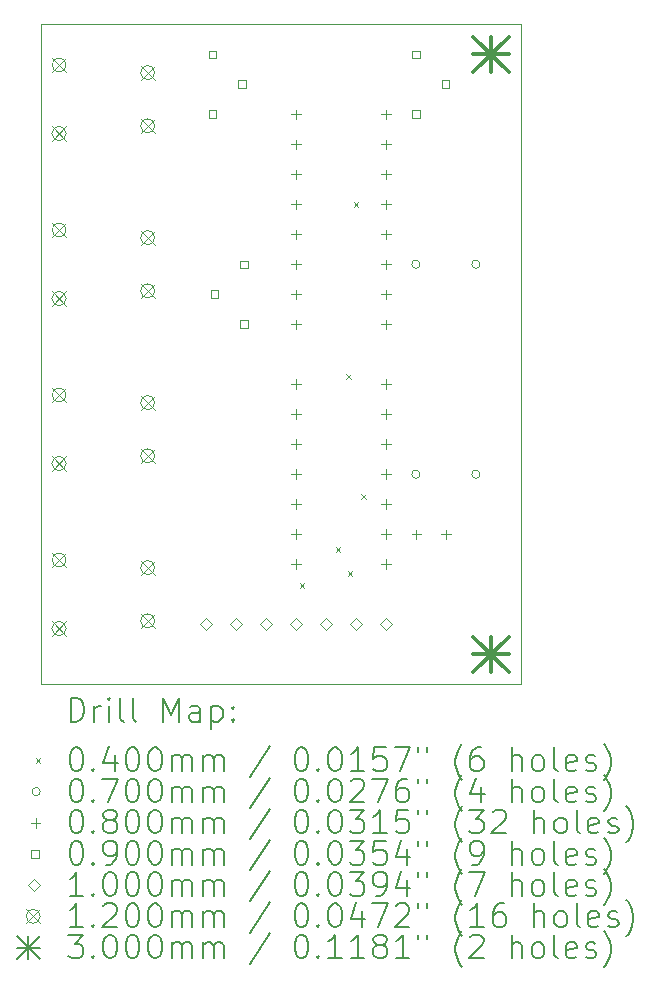
<source format=gbr>
%FSLAX45Y45*%
G04 Gerber Fmt 4.5, Leading zero omitted, Abs format (unit mm)*
G04 Created by KiCad (PCBNEW (6.0.5)) date 2023-05-17 00:25:02*
%MOMM*%
%LPD*%
G01*
G04 APERTURE LIST*
%TA.AperFunction,Profile*%
%ADD10C,0.100000*%
%TD*%
%ADD11C,0.200000*%
%ADD12C,0.040000*%
%ADD13C,0.070000*%
%ADD14C,0.080000*%
%ADD15C,0.090000*%
%ADD16C,0.100000*%
%ADD17C,0.120000*%
%ADD18C,0.300000*%
G04 APERTURE END LIST*
D10*
X9271000Y-10160000D02*
X13335000Y-10160000D01*
X13335000Y-10160000D02*
X13335000Y-15748000D01*
X13335000Y-15748000D02*
X9271000Y-15748000D01*
X9271000Y-15748000D02*
X9271000Y-10160000D01*
X9271000Y-10160000D02*
X13335000Y-10160000D01*
X13335000Y-10160000D02*
X13335000Y-15748000D01*
X13335000Y-15748000D02*
X9271000Y-15748000D01*
X9271000Y-15748000D02*
X9271000Y-10160000D01*
D11*
D12*
X11460800Y-14889800D02*
X11500800Y-14929800D01*
X11500800Y-14889800D02*
X11460800Y-14929800D01*
X11765600Y-14585000D02*
X11805600Y-14625000D01*
X11805600Y-14585000D02*
X11765600Y-14625000D01*
X11854500Y-13124500D02*
X11894500Y-13164500D01*
X11894500Y-13124500D02*
X11854500Y-13164500D01*
X11867200Y-14788200D02*
X11907200Y-14828200D01*
X11907200Y-14788200D02*
X11867200Y-14828200D01*
X11918000Y-11664000D02*
X11958000Y-11704000D01*
X11958000Y-11664000D02*
X11918000Y-11704000D01*
X11981500Y-14140500D02*
X12021500Y-14180500D01*
X12021500Y-14140500D02*
X11981500Y-14180500D01*
D13*
X12481000Y-12192000D02*
G75*
G03*
X12481000Y-12192000I-35000J0D01*
G01*
X12481000Y-13970000D02*
G75*
G03*
X12481000Y-13970000I-35000J0D01*
G01*
X12989000Y-12192000D02*
G75*
G03*
X12989000Y-12192000I-35000J0D01*
G01*
X12989000Y-13970000D02*
G75*
G03*
X12989000Y-13970000I-35000J0D01*
G01*
D14*
X11431000Y-10883500D02*
X11431000Y-10963500D01*
X11391000Y-10923500D02*
X11471000Y-10923500D01*
X11431000Y-11137500D02*
X11431000Y-11217500D01*
X11391000Y-11177500D02*
X11471000Y-11177500D01*
X11431000Y-11391500D02*
X11431000Y-11471500D01*
X11391000Y-11431500D02*
X11471000Y-11431500D01*
X11431000Y-11645500D02*
X11431000Y-11725500D01*
X11391000Y-11685500D02*
X11471000Y-11685500D01*
X11431000Y-11899500D02*
X11431000Y-11979500D01*
X11391000Y-11939500D02*
X11471000Y-11939500D01*
X11431000Y-12153500D02*
X11431000Y-12233500D01*
X11391000Y-12193500D02*
X11471000Y-12193500D01*
X11431000Y-12407500D02*
X11431000Y-12487500D01*
X11391000Y-12447500D02*
X11471000Y-12447500D01*
X11431000Y-12661500D02*
X11431000Y-12741500D01*
X11391000Y-12701500D02*
X11471000Y-12701500D01*
X11431000Y-13167500D02*
X11431000Y-13247500D01*
X11391000Y-13207500D02*
X11471000Y-13207500D01*
X11431000Y-13421500D02*
X11431000Y-13501500D01*
X11391000Y-13461500D02*
X11471000Y-13461500D01*
X11431000Y-13675500D02*
X11431000Y-13755500D01*
X11391000Y-13715500D02*
X11471000Y-13715500D01*
X11431000Y-13929500D02*
X11431000Y-14009500D01*
X11391000Y-13969500D02*
X11471000Y-13969500D01*
X11431000Y-14183500D02*
X11431000Y-14263500D01*
X11391000Y-14223500D02*
X11471000Y-14223500D01*
X11431000Y-14437500D02*
X11431000Y-14517500D01*
X11391000Y-14477500D02*
X11471000Y-14477500D01*
X11431000Y-14691500D02*
X11431000Y-14771500D01*
X11391000Y-14731500D02*
X11471000Y-14731500D01*
X12193000Y-10883500D02*
X12193000Y-10963500D01*
X12153000Y-10923500D02*
X12233000Y-10923500D01*
X12193000Y-11137500D02*
X12193000Y-11217500D01*
X12153000Y-11177500D02*
X12233000Y-11177500D01*
X12193000Y-11391500D02*
X12193000Y-11471500D01*
X12153000Y-11431500D02*
X12233000Y-11431500D01*
X12193000Y-11645500D02*
X12193000Y-11725500D01*
X12153000Y-11685500D02*
X12233000Y-11685500D01*
X12193000Y-11899500D02*
X12193000Y-11979500D01*
X12153000Y-11939500D02*
X12233000Y-11939500D01*
X12193000Y-12153500D02*
X12193000Y-12233500D01*
X12153000Y-12193500D02*
X12233000Y-12193500D01*
X12193000Y-12407500D02*
X12193000Y-12487500D01*
X12153000Y-12447500D02*
X12233000Y-12447500D01*
X12193000Y-12661500D02*
X12193000Y-12741500D01*
X12153000Y-12701500D02*
X12233000Y-12701500D01*
X12193000Y-13167500D02*
X12193000Y-13247500D01*
X12153000Y-13207500D02*
X12233000Y-13207500D01*
X12193000Y-13421500D02*
X12193000Y-13501500D01*
X12153000Y-13461500D02*
X12233000Y-13461500D01*
X12193000Y-13675500D02*
X12193000Y-13755500D01*
X12153000Y-13715500D02*
X12233000Y-13715500D01*
X12193000Y-13929500D02*
X12193000Y-14009500D01*
X12153000Y-13969500D02*
X12233000Y-13969500D01*
X12193000Y-14183500D02*
X12193000Y-14263500D01*
X12153000Y-14223500D02*
X12233000Y-14223500D01*
X12193000Y-14437500D02*
X12193000Y-14517500D01*
X12153000Y-14477500D02*
X12233000Y-14477500D01*
X12193000Y-14691500D02*
X12193000Y-14771500D01*
X12153000Y-14731500D02*
X12233000Y-14731500D01*
X12450000Y-14438000D02*
X12450000Y-14518000D01*
X12410000Y-14478000D02*
X12490000Y-14478000D01*
X12700000Y-14438000D02*
X12700000Y-14518000D01*
X12660000Y-14478000D02*
X12740000Y-14478000D01*
D15*
X10757820Y-10449820D02*
X10757820Y-10386180D01*
X10694180Y-10386180D01*
X10694180Y-10449820D01*
X10757820Y-10449820D01*
X10757820Y-10949820D02*
X10757820Y-10886180D01*
X10694180Y-10886180D01*
X10694180Y-10949820D01*
X10757820Y-10949820D01*
X10772820Y-12477820D02*
X10772820Y-12414180D01*
X10709180Y-12414180D01*
X10709180Y-12477820D01*
X10772820Y-12477820D01*
X11007820Y-10699820D02*
X11007820Y-10636180D01*
X10944180Y-10636180D01*
X10944180Y-10699820D01*
X11007820Y-10699820D01*
X11022820Y-12227820D02*
X11022820Y-12164180D01*
X10959180Y-12164180D01*
X10959180Y-12227820D01*
X11022820Y-12227820D01*
X11022820Y-12727820D02*
X11022820Y-12664180D01*
X10959180Y-12664180D01*
X10959180Y-12727820D01*
X11022820Y-12727820D01*
X12477820Y-10449820D02*
X12477820Y-10386180D01*
X12414180Y-10386180D01*
X12414180Y-10449820D01*
X12477820Y-10449820D01*
X12477820Y-10949820D02*
X12477820Y-10886180D01*
X12414180Y-10886180D01*
X12414180Y-10949820D01*
X12477820Y-10949820D01*
X12727820Y-10699820D02*
X12727820Y-10636180D01*
X12664180Y-10636180D01*
X12664180Y-10699820D01*
X12727820Y-10699820D01*
D16*
X10668000Y-15290000D02*
X10718000Y-15240000D01*
X10668000Y-15190000D01*
X10618000Y-15240000D01*
X10668000Y-15290000D01*
X10922000Y-15290000D02*
X10972000Y-15240000D01*
X10922000Y-15190000D01*
X10872000Y-15240000D01*
X10922000Y-15290000D01*
X11176000Y-15290000D02*
X11226000Y-15240000D01*
X11176000Y-15190000D01*
X11126000Y-15240000D01*
X11176000Y-15290000D01*
X11430000Y-15290000D02*
X11480000Y-15240000D01*
X11430000Y-15190000D01*
X11380000Y-15240000D01*
X11430000Y-15290000D01*
X11684000Y-15290000D02*
X11734000Y-15240000D01*
X11684000Y-15190000D01*
X11634000Y-15240000D01*
X11684000Y-15290000D01*
X11938000Y-15290000D02*
X11988000Y-15240000D01*
X11938000Y-15190000D01*
X11888000Y-15240000D01*
X11938000Y-15290000D01*
X12192000Y-15290000D02*
X12242000Y-15240000D01*
X12192000Y-15190000D01*
X12142000Y-15240000D01*
X12192000Y-15290000D01*
D17*
X9365000Y-10445000D02*
X9485000Y-10565000D01*
X9485000Y-10445000D02*
X9365000Y-10565000D01*
X9485000Y-10505000D02*
G75*
G03*
X9485000Y-10505000I-60000J0D01*
G01*
X9365000Y-11025000D02*
X9485000Y-11145000D01*
X9485000Y-11025000D02*
X9365000Y-11145000D01*
X9485000Y-11085000D02*
G75*
G03*
X9485000Y-11085000I-60000J0D01*
G01*
X9365000Y-11842000D02*
X9485000Y-11962000D01*
X9485000Y-11842000D02*
X9365000Y-11962000D01*
X9485000Y-11902000D02*
G75*
G03*
X9485000Y-11902000I-60000J0D01*
G01*
X9365000Y-12422000D02*
X9485000Y-12542000D01*
X9485000Y-12422000D02*
X9365000Y-12542000D01*
X9485000Y-12482000D02*
G75*
G03*
X9485000Y-12482000I-60000J0D01*
G01*
X9365000Y-13239000D02*
X9485000Y-13359000D01*
X9485000Y-13239000D02*
X9365000Y-13359000D01*
X9485000Y-13299000D02*
G75*
G03*
X9485000Y-13299000I-60000J0D01*
G01*
X9365000Y-13819000D02*
X9485000Y-13939000D01*
X9485000Y-13819000D02*
X9365000Y-13939000D01*
X9485000Y-13879000D02*
G75*
G03*
X9485000Y-13879000I-60000J0D01*
G01*
X9365000Y-14636000D02*
X9485000Y-14756000D01*
X9485000Y-14636000D02*
X9365000Y-14756000D01*
X9485000Y-14696000D02*
G75*
G03*
X9485000Y-14696000I-60000J0D01*
G01*
X9365000Y-15216000D02*
X9485000Y-15336000D01*
X9485000Y-15216000D02*
X9365000Y-15336000D01*
X9485000Y-15276000D02*
G75*
G03*
X9485000Y-15276000I-60000J0D01*
G01*
X10115000Y-10510000D02*
X10235000Y-10630000D01*
X10235000Y-10510000D02*
X10115000Y-10630000D01*
X10235000Y-10570000D02*
G75*
G03*
X10235000Y-10570000I-60000J0D01*
G01*
X10115000Y-10960000D02*
X10235000Y-11080000D01*
X10235000Y-10960000D02*
X10115000Y-11080000D01*
X10235000Y-11020000D02*
G75*
G03*
X10235000Y-11020000I-60000J0D01*
G01*
X10115000Y-11907000D02*
X10235000Y-12027000D01*
X10235000Y-11907000D02*
X10115000Y-12027000D01*
X10235000Y-11967000D02*
G75*
G03*
X10235000Y-11967000I-60000J0D01*
G01*
X10115000Y-12357000D02*
X10235000Y-12477000D01*
X10235000Y-12357000D02*
X10115000Y-12477000D01*
X10235000Y-12417000D02*
G75*
G03*
X10235000Y-12417000I-60000J0D01*
G01*
X10115000Y-13304000D02*
X10235000Y-13424000D01*
X10235000Y-13304000D02*
X10115000Y-13424000D01*
X10235000Y-13364000D02*
G75*
G03*
X10235000Y-13364000I-60000J0D01*
G01*
X10115000Y-13754000D02*
X10235000Y-13874000D01*
X10235000Y-13754000D02*
X10115000Y-13874000D01*
X10235000Y-13814000D02*
G75*
G03*
X10235000Y-13814000I-60000J0D01*
G01*
X10115000Y-14701000D02*
X10235000Y-14821000D01*
X10235000Y-14701000D02*
X10115000Y-14821000D01*
X10235000Y-14761000D02*
G75*
G03*
X10235000Y-14761000I-60000J0D01*
G01*
X10115000Y-15151000D02*
X10235000Y-15271000D01*
X10235000Y-15151000D02*
X10115000Y-15271000D01*
X10235000Y-15211000D02*
G75*
G03*
X10235000Y-15211000I-60000J0D01*
G01*
D18*
X12931000Y-10264000D02*
X13231000Y-10564000D01*
X13231000Y-10264000D02*
X12931000Y-10564000D01*
X13081000Y-10264000D02*
X13081000Y-10564000D01*
X12931000Y-10414000D02*
X13231000Y-10414000D01*
X12931000Y-15344000D02*
X13231000Y-15644000D01*
X13231000Y-15344000D02*
X12931000Y-15644000D01*
X13081000Y-15344000D02*
X13081000Y-15644000D01*
X12931000Y-15494000D02*
X13231000Y-15494000D01*
D11*
X9523619Y-16063476D02*
X9523619Y-15863476D01*
X9571238Y-15863476D01*
X9599810Y-15873000D01*
X9618857Y-15892048D01*
X9628381Y-15911095D01*
X9637905Y-15949190D01*
X9637905Y-15977762D01*
X9628381Y-16015857D01*
X9618857Y-16034905D01*
X9599810Y-16053952D01*
X9571238Y-16063476D01*
X9523619Y-16063476D01*
X9723619Y-16063476D02*
X9723619Y-15930143D01*
X9723619Y-15968238D02*
X9733143Y-15949190D01*
X9742667Y-15939667D01*
X9761714Y-15930143D01*
X9780762Y-15930143D01*
X9847429Y-16063476D02*
X9847429Y-15930143D01*
X9847429Y-15863476D02*
X9837905Y-15873000D01*
X9847429Y-15882524D01*
X9856952Y-15873000D01*
X9847429Y-15863476D01*
X9847429Y-15882524D01*
X9971238Y-16063476D02*
X9952190Y-16053952D01*
X9942667Y-16034905D01*
X9942667Y-15863476D01*
X10076000Y-16063476D02*
X10056952Y-16053952D01*
X10047429Y-16034905D01*
X10047429Y-15863476D01*
X10304571Y-16063476D02*
X10304571Y-15863476D01*
X10371238Y-16006333D01*
X10437905Y-15863476D01*
X10437905Y-16063476D01*
X10618857Y-16063476D02*
X10618857Y-15958714D01*
X10609333Y-15939667D01*
X10590286Y-15930143D01*
X10552190Y-15930143D01*
X10533143Y-15939667D01*
X10618857Y-16053952D02*
X10599810Y-16063476D01*
X10552190Y-16063476D01*
X10533143Y-16053952D01*
X10523619Y-16034905D01*
X10523619Y-16015857D01*
X10533143Y-15996809D01*
X10552190Y-15987286D01*
X10599810Y-15987286D01*
X10618857Y-15977762D01*
X10714095Y-15930143D02*
X10714095Y-16130143D01*
X10714095Y-15939667D02*
X10733143Y-15930143D01*
X10771238Y-15930143D01*
X10790286Y-15939667D01*
X10799810Y-15949190D01*
X10809333Y-15968238D01*
X10809333Y-16025381D01*
X10799810Y-16044428D01*
X10790286Y-16053952D01*
X10771238Y-16063476D01*
X10733143Y-16063476D01*
X10714095Y-16053952D01*
X10895048Y-16044428D02*
X10904571Y-16053952D01*
X10895048Y-16063476D01*
X10885524Y-16053952D01*
X10895048Y-16044428D01*
X10895048Y-16063476D01*
X10895048Y-15939667D02*
X10904571Y-15949190D01*
X10895048Y-15958714D01*
X10885524Y-15949190D01*
X10895048Y-15939667D01*
X10895048Y-15958714D01*
D12*
X9226000Y-16373000D02*
X9266000Y-16413000D01*
X9266000Y-16373000D02*
X9226000Y-16413000D01*
D11*
X9561714Y-16283476D02*
X9580762Y-16283476D01*
X9599810Y-16293000D01*
X9609333Y-16302524D01*
X9618857Y-16321571D01*
X9628381Y-16359667D01*
X9628381Y-16407286D01*
X9618857Y-16445381D01*
X9609333Y-16464428D01*
X9599810Y-16473952D01*
X9580762Y-16483476D01*
X9561714Y-16483476D01*
X9542667Y-16473952D01*
X9533143Y-16464428D01*
X9523619Y-16445381D01*
X9514095Y-16407286D01*
X9514095Y-16359667D01*
X9523619Y-16321571D01*
X9533143Y-16302524D01*
X9542667Y-16293000D01*
X9561714Y-16283476D01*
X9714095Y-16464428D02*
X9723619Y-16473952D01*
X9714095Y-16483476D01*
X9704571Y-16473952D01*
X9714095Y-16464428D01*
X9714095Y-16483476D01*
X9895048Y-16350143D02*
X9895048Y-16483476D01*
X9847429Y-16273952D02*
X9799810Y-16416809D01*
X9923619Y-16416809D01*
X10037905Y-16283476D02*
X10056952Y-16283476D01*
X10076000Y-16293000D01*
X10085524Y-16302524D01*
X10095048Y-16321571D01*
X10104571Y-16359667D01*
X10104571Y-16407286D01*
X10095048Y-16445381D01*
X10085524Y-16464428D01*
X10076000Y-16473952D01*
X10056952Y-16483476D01*
X10037905Y-16483476D01*
X10018857Y-16473952D01*
X10009333Y-16464428D01*
X9999810Y-16445381D01*
X9990286Y-16407286D01*
X9990286Y-16359667D01*
X9999810Y-16321571D01*
X10009333Y-16302524D01*
X10018857Y-16293000D01*
X10037905Y-16283476D01*
X10228381Y-16283476D02*
X10247429Y-16283476D01*
X10266476Y-16293000D01*
X10276000Y-16302524D01*
X10285524Y-16321571D01*
X10295048Y-16359667D01*
X10295048Y-16407286D01*
X10285524Y-16445381D01*
X10276000Y-16464428D01*
X10266476Y-16473952D01*
X10247429Y-16483476D01*
X10228381Y-16483476D01*
X10209333Y-16473952D01*
X10199810Y-16464428D01*
X10190286Y-16445381D01*
X10180762Y-16407286D01*
X10180762Y-16359667D01*
X10190286Y-16321571D01*
X10199810Y-16302524D01*
X10209333Y-16293000D01*
X10228381Y-16283476D01*
X10380762Y-16483476D02*
X10380762Y-16350143D01*
X10380762Y-16369190D02*
X10390286Y-16359667D01*
X10409333Y-16350143D01*
X10437905Y-16350143D01*
X10456952Y-16359667D01*
X10466476Y-16378714D01*
X10466476Y-16483476D01*
X10466476Y-16378714D02*
X10476000Y-16359667D01*
X10495048Y-16350143D01*
X10523619Y-16350143D01*
X10542667Y-16359667D01*
X10552190Y-16378714D01*
X10552190Y-16483476D01*
X10647429Y-16483476D02*
X10647429Y-16350143D01*
X10647429Y-16369190D02*
X10656952Y-16359667D01*
X10676000Y-16350143D01*
X10704571Y-16350143D01*
X10723619Y-16359667D01*
X10733143Y-16378714D01*
X10733143Y-16483476D01*
X10733143Y-16378714D02*
X10742667Y-16359667D01*
X10761714Y-16350143D01*
X10790286Y-16350143D01*
X10809333Y-16359667D01*
X10818857Y-16378714D01*
X10818857Y-16483476D01*
X11209333Y-16273952D02*
X11037905Y-16531095D01*
X11466476Y-16283476D02*
X11485524Y-16283476D01*
X11504571Y-16293000D01*
X11514095Y-16302524D01*
X11523619Y-16321571D01*
X11533143Y-16359667D01*
X11533143Y-16407286D01*
X11523619Y-16445381D01*
X11514095Y-16464428D01*
X11504571Y-16473952D01*
X11485524Y-16483476D01*
X11466476Y-16483476D01*
X11447428Y-16473952D01*
X11437905Y-16464428D01*
X11428381Y-16445381D01*
X11418857Y-16407286D01*
X11418857Y-16359667D01*
X11428381Y-16321571D01*
X11437905Y-16302524D01*
X11447428Y-16293000D01*
X11466476Y-16283476D01*
X11618857Y-16464428D02*
X11628381Y-16473952D01*
X11618857Y-16483476D01*
X11609333Y-16473952D01*
X11618857Y-16464428D01*
X11618857Y-16483476D01*
X11752190Y-16283476D02*
X11771238Y-16283476D01*
X11790286Y-16293000D01*
X11799809Y-16302524D01*
X11809333Y-16321571D01*
X11818857Y-16359667D01*
X11818857Y-16407286D01*
X11809333Y-16445381D01*
X11799809Y-16464428D01*
X11790286Y-16473952D01*
X11771238Y-16483476D01*
X11752190Y-16483476D01*
X11733143Y-16473952D01*
X11723619Y-16464428D01*
X11714095Y-16445381D01*
X11704571Y-16407286D01*
X11704571Y-16359667D01*
X11714095Y-16321571D01*
X11723619Y-16302524D01*
X11733143Y-16293000D01*
X11752190Y-16283476D01*
X12009333Y-16483476D02*
X11895048Y-16483476D01*
X11952190Y-16483476D02*
X11952190Y-16283476D01*
X11933143Y-16312048D01*
X11914095Y-16331095D01*
X11895048Y-16340619D01*
X12190286Y-16283476D02*
X12095048Y-16283476D01*
X12085524Y-16378714D01*
X12095048Y-16369190D01*
X12114095Y-16359667D01*
X12161714Y-16359667D01*
X12180762Y-16369190D01*
X12190286Y-16378714D01*
X12199809Y-16397762D01*
X12199809Y-16445381D01*
X12190286Y-16464428D01*
X12180762Y-16473952D01*
X12161714Y-16483476D01*
X12114095Y-16483476D01*
X12095048Y-16473952D01*
X12085524Y-16464428D01*
X12266476Y-16283476D02*
X12399809Y-16283476D01*
X12314095Y-16483476D01*
X12466476Y-16283476D02*
X12466476Y-16321571D01*
X12542667Y-16283476D02*
X12542667Y-16321571D01*
X12837905Y-16559667D02*
X12828381Y-16550143D01*
X12809333Y-16521571D01*
X12799809Y-16502524D01*
X12790286Y-16473952D01*
X12780762Y-16426333D01*
X12780762Y-16388238D01*
X12790286Y-16340619D01*
X12799809Y-16312048D01*
X12809333Y-16293000D01*
X12828381Y-16264428D01*
X12837905Y-16254905D01*
X12999809Y-16283476D02*
X12961714Y-16283476D01*
X12942667Y-16293000D01*
X12933143Y-16302524D01*
X12914095Y-16331095D01*
X12904571Y-16369190D01*
X12904571Y-16445381D01*
X12914095Y-16464428D01*
X12923619Y-16473952D01*
X12942667Y-16483476D01*
X12980762Y-16483476D01*
X12999809Y-16473952D01*
X13009333Y-16464428D01*
X13018857Y-16445381D01*
X13018857Y-16397762D01*
X13009333Y-16378714D01*
X12999809Y-16369190D01*
X12980762Y-16359667D01*
X12942667Y-16359667D01*
X12923619Y-16369190D01*
X12914095Y-16378714D01*
X12904571Y-16397762D01*
X13256952Y-16483476D02*
X13256952Y-16283476D01*
X13342667Y-16483476D02*
X13342667Y-16378714D01*
X13333143Y-16359667D01*
X13314095Y-16350143D01*
X13285524Y-16350143D01*
X13266476Y-16359667D01*
X13256952Y-16369190D01*
X13466476Y-16483476D02*
X13447428Y-16473952D01*
X13437905Y-16464428D01*
X13428381Y-16445381D01*
X13428381Y-16388238D01*
X13437905Y-16369190D01*
X13447428Y-16359667D01*
X13466476Y-16350143D01*
X13495048Y-16350143D01*
X13514095Y-16359667D01*
X13523619Y-16369190D01*
X13533143Y-16388238D01*
X13533143Y-16445381D01*
X13523619Y-16464428D01*
X13514095Y-16473952D01*
X13495048Y-16483476D01*
X13466476Y-16483476D01*
X13647428Y-16483476D02*
X13628381Y-16473952D01*
X13618857Y-16454905D01*
X13618857Y-16283476D01*
X13799809Y-16473952D02*
X13780762Y-16483476D01*
X13742667Y-16483476D01*
X13723619Y-16473952D01*
X13714095Y-16454905D01*
X13714095Y-16378714D01*
X13723619Y-16359667D01*
X13742667Y-16350143D01*
X13780762Y-16350143D01*
X13799809Y-16359667D01*
X13809333Y-16378714D01*
X13809333Y-16397762D01*
X13714095Y-16416809D01*
X13885524Y-16473952D02*
X13904571Y-16483476D01*
X13942667Y-16483476D01*
X13961714Y-16473952D01*
X13971238Y-16454905D01*
X13971238Y-16445381D01*
X13961714Y-16426333D01*
X13942667Y-16416809D01*
X13914095Y-16416809D01*
X13895048Y-16407286D01*
X13885524Y-16388238D01*
X13885524Y-16378714D01*
X13895048Y-16359667D01*
X13914095Y-16350143D01*
X13942667Y-16350143D01*
X13961714Y-16359667D01*
X14037905Y-16559667D02*
X14047428Y-16550143D01*
X14066476Y-16521571D01*
X14076000Y-16502524D01*
X14085524Y-16473952D01*
X14095048Y-16426333D01*
X14095048Y-16388238D01*
X14085524Y-16340619D01*
X14076000Y-16312048D01*
X14066476Y-16293000D01*
X14047428Y-16264428D01*
X14037905Y-16254905D01*
D13*
X9266000Y-16657000D02*
G75*
G03*
X9266000Y-16657000I-35000J0D01*
G01*
D11*
X9561714Y-16547476D02*
X9580762Y-16547476D01*
X9599810Y-16557000D01*
X9609333Y-16566524D01*
X9618857Y-16585571D01*
X9628381Y-16623667D01*
X9628381Y-16671286D01*
X9618857Y-16709381D01*
X9609333Y-16728428D01*
X9599810Y-16737952D01*
X9580762Y-16747476D01*
X9561714Y-16747476D01*
X9542667Y-16737952D01*
X9533143Y-16728428D01*
X9523619Y-16709381D01*
X9514095Y-16671286D01*
X9514095Y-16623667D01*
X9523619Y-16585571D01*
X9533143Y-16566524D01*
X9542667Y-16557000D01*
X9561714Y-16547476D01*
X9714095Y-16728428D02*
X9723619Y-16737952D01*
X9714095Y-16747476D01*
X9704571Y-16737952D01*
X9714095Y-16728428D01*
X9714095Y-16747476D01*
X9790286Y-16547476D02*
X9923619Y-16547476D01*
X9837905Y-16747476D01*
X10037905Y-16547476D02*
X10056952Y-16547476D01*
X10076000Y-16557000D01*
X10085524Y-16566524D01*
X10095048Y-16585571D01*
X10104571Y-16623667D01*
X10104571Y-16671286D01*
X10095048Y-16709381D01*
X10085524Y-16728428D01*
X10076000Y-16737952D01*
X10056952Y-16747476D01*
X10037905Y-16747476D01*
X10018857Y-16737952D01*
X10009333Y-16728428D01*
X9999810Y-16709381D01*
X9990286Y-16671286D01*
X9990286Y-16623667D01*
X9999810Y-16585571D01*
X10009333Y-16566524D01*
X10018857Y-16557000D01*
X10037905Y-16547476D01*
X10228381Y-16547476D02*
X10247429Y-16547476D01*
X10266476Y-16557000D01*
X10276000Y-16566524D01*
X10285524Y-16585571D01*
X10295048Y-16623667D01*
X10295048Y-16671286D01*
X10285524Y-16709381D01*
X10276000Y-16728428D01*
X10266476Y-16737952D01*
X10247429Y-16747476D01*
X10228381Y-16747476D01*
X10209333Y-16737952D01*
X10199810Y-16728428D01*
X10190286Y-16709381D01*
X10180762Y-16671286D01*
X10180762Y-16623667D01*
X10190286Y-16585571D01*
X10199810Y-16566524D01*
X10209333Y-16557000D01*
X10228381Y-16547476D01*
X10380762Y-16747476D02*
X10380762Y-16614143D01*
X10380762Y-16633190D02*
X10390286Y-16623667D01*
X10409333Y-16614143D01*
X10437905Y-16614143D01*
X10456952Y-16623667D01*
X10466476Y-16642714D01*
X10466476Y-16747476D01*
X10466476Y-16642714D02*
X10476000Y-16623667D01*
X10495048Y-16614143D01*
X10523619Y-16614143D01*
X10542667Y-16623667D01*
X10552190Y-16642714D01*
X10552190Y-16747476D01*
X10647429Y-16747476D02*
X10647429Y-16614143D01*
X10647429Y-16633190D02*
X10656952Y-16623667D01*
X10676000Y-16614143D01*
X10704571Y-16614143D01*
X10723619Y-16623667D01*
X10733143Y-16642714D01*
X10733143Y-16747476D01*
X10733143Y-16642714D02*
X10742667Y-16623667D01*
X10761714Y-16614143D01*
X10790286Y-16614143D01*
X10809333Y-16623667D01*
X10818857Y-16642714D01*
X10818857Y-16747476D01*
X11209333Y-16537952D02*
X11037905Y-16795095D01*
X11466476Y-16547476D02*
X11485524Y-16547476D01*
X11504571Y-16557000D01*
X11514095Y-16566524D01*
X11523619Y-16585571D01*
X11533143Y-16623667D01*
X11533143Y-16671286D01*
X11523619Y-16709381D01*
X11514095Y-16728428D01*
X11504571Y-16737952D01*
X11485524Y-16747476D01*
X11466476Y-16747476D01*
X11447428Y-16737952D01*
X11437905Y-16728428D01*
X11428381Y-16709381D01*
X11418857Y-16671286D01*
X11418857Y-16623667D01*
X11428381Y-16585571D01*
X11437905Y-16566524D01*
X11447428Y-16557000D01*
X11466476Y-16547476D01*
X11618857Y-16728428D02*
X11628381Y-16737952D01*
X11618857Y-16747476D01*
X11609333Y-16737952D01*
X11618857Y-16728428D01*
X11618857Y-16747476D01*
X11752190Y-16547476D02*
X11771238Y-16547476D01*
X11790286Y-16557000D01*
X11799809Y-16566524D01*
X11809333Y-16585571D01*
X11818857Y-16623667D01*
X11818857Y-16671286D01*
X11809333Y-16709381D01*
X11799809Y-16728428D01*
X11790286Y-16737952D01*
X11771238Y-16747476D01*
X11752190Y-16747476D01*
X11733143Y-16737952D01*
X11723619Y-16728428D01*
X11714095Y-16709381D01*
X11704571Y-16671286D01*
X11704571Y-16623667D01*
X11714095Y-16585571D01*
X11723619Y-16566524D01*
X11733143Y-16557000D01*
X11752190Y-16547476D01*
X11895048Y-16566524D02*
X11904571Y-16557000D01*
X11923619Y-16547476D01*
X11971238Y-16547476D01*
X11990286Y-16557000D01*
X11999809Y-16566524D01*
X12009333Y-16585571D01*
X12009333Y-16604619D01*
X11999809Y-16633190D01*
X11885524Y-16747476D01*
X12009333Y-16747476D01*
X12076000Y-16547476D02*
X12209333Y-16547476D01*
X12123619Y-16747476D01*
X12371238Y-16547476D02*
X12333143Y-16547476D01*
X12314095Y-16557000D01*
X12304571Y-16566524D01*
X12285524Y-16595095D01*
X12276000Y-16633190D01*
X12276000Y-16709381D01*
X12285524Y-16728428D01*
X12295048Y-16737952D01*
X12314095Y-16747476D01*
X12352190Y-16747476D01*
X12371238Y-16737952D01*
X12380762Y-16728428D01*
X12390286Y-16709381D01*
X12390286Y-16661762D01*
X12380762Y-16642714D01*
X12371238Y-16633190D01*
X12352190Y-16623667D01*
X12314095Y-16623667D01*
X12295048Y-16633190D01*
X12285524Y-16642714D01*
X12276000Y-16661762D01*
X12466476Y-16547476D02*
X12466476Y-16585571D01*
X12542667Y-16547476D02*
X12542667Y-16585571D01*
X12837905Y-16823667D02*
X12828381Y-16814143D01*
X12809333Y-16785571D01*
X12799809Y-16766524D01*
X12790286Y-16737952D01*
X12780762Y-16690333D01*
X12780762Y-16652238D01*
X12790286Y-16604619D01*
X12799809Y-16576048D01*
X12809333Y-16557000D01*
X12828381Y-16528428D01*
X12837905Y-16518905D01*
X12999809Y-16614143D02*
X12999809Y-16747476D01*
X12952190Y-16537952D02*
X12904571Y-16680809D01*
X13028381Y-16680809D01*
X13256952Y-16747476D02*
X13256952Y-16547476D01*
X13342667Y-16747476D02*
X13342667Y-16642714D01*
X13333143Y-16623667D01*
X13314095Y-16614143D01*
X13285524Y-16614143D01*
X13266476Y-16623667D01*
X13256952Y-16633190D01*
X13466476Y-16747476D02*
X13447428Y-16737952D01*
X13437905Y-16728428D01*
X13428381Y-16709381D01*
X13428381Y-16652238D01*
X13437905Y-16633190D01*
X13447428Y-16623667D01*
X13466476Y-16614143D01*
X13495048Y-16614143D01*
X13514095Y-16623667D01*
X13523619Y-16633190D01*
X13533143Y-16652238D01*
X13533143Y-16709381D01*
X13523619Y-16728428D01*
X13514095Y-16737952D01*
X13495048Y-16747476D01*
X13466476Y-16747476D01*
X13647428Y-16747476D02*
X13628381Y-16737952D01*
X13618857Y-16718905D01*
X13618857Y-16547476D01*
X13799809Y-16737952D02*
X13780762Y-16747476D01*
X13742667Y-16747476D01*
X13723619Y-16737952D01*
X13714095Y-16718905D01*
X13714095Y-16642714D01*
X13723619Y-16623667D01*
X13742667Y-16614143D01*
X13780762Y-16614143D01*
X13799809Y-16623667D01*
X13809333Y-16642714D01*
X13809333Y-16661762D01*
X13714095Y-16680809D01*
X13885524Y-16737952D02*
X13904571Y-16747476D01*
X13942667Y-16747476D01*
X13961714Y-16737952D01*
X13971238Y-16718905D01*
X13971238Y-16709381D01*
X13961714Y-16690333D01*
X13942667Y-16680809D01*
X13914095Y-16680809D01*
X13895048Y-16671286D01*
X13885524Y-16652238D01*
X13885524Y-16642714D01*
X13895048Y-16623667D01*
X13914095Y-16614143D01*
X13942667Y-16614143D01*
X13961714Y-16623667D01*
X14037905Y-16823667D02*
X14047428Y-16814143D01*
X14066476Y-16785571D01*
X14076000Y-16766524D01*
X14085524Y-16737952D01*
X14095048Y-16690333D01*
X14095048Y-16652238D01*
X14085524Y-16604619D01*
X14076000Y-16576048D01*
X14066476Y-16557000D01*
X14047428Y-16528428D01*
X14037905Y-16518905D01*
D14*
X9226000Y-16881000D02*
X9226000Y-16961000D01*
X9186000Y-16921000D02*
X9266000Y-16921000D01*
D11*
X9561714Y-16811476D02*
X9580762Y-16811476D01*
X9599810Y-16821000D01*
X9609333Y-16830524D01*
X9618857Y-16849571D01*
X9628381Y-16887667D01*
X9628381Y-16935286D01*
X9618857Y-16973381D01*
X9609333Y-16992429D01*
X9599810Y-17001952D01*
X9580762Y-17011476D01*
X9561714Y-17011476D01*
X9542667Y-17001952D01*
X9533143Y-16992429D01*
X9523619Y-16973381D01*
X9514095Y-16935286D01*
X9514095Y-16887667D01*
X9523619Y-16849571D01*
X9533143Y-16830524D01*
X9542667Y-16821000D01*
X9561714Y-16811476D01*
X9714095Y-16992429D02*
X9723619Y-17001952D01*
X9714095Y-17011476D01*
X9704571Y-17001952D01*
X9714095Y-16992429D01*
X9714095Y-17011476D01*
X9837905Y-16897190D02*
X9818857Y-16887667D01*
X9809333Y-16878143D01*
X9799810Y-16859095D01*
X9799810Y-16849571D01*
X9809333Y-16830524D01*
X9818857Y-16821000D01*
X9837905Y-16811476D01*
X9876000Y-16811476D01*
X9895048Y-16821000D01*
X9904571Y-16830524D01*
X9914095Y-16849571D01*
X9914095Y-16859095D01*
X9904571Y-16878143D01*
X9895048Y-16887667D01*
X9876000Y-16897190D01*
X9837905Y-16897190D01*
X9818857Y-16906714D01*
X9809333Y-16916238D01*
X9799810Y-16935286D01*
X9799810Y-16973381D01*
X9809333Y-16992429D01*
X9818857Y-17001952D01*
X9837905Y-17011476D01*
X9876000Y-17011476D01*
X9895048Y-17001952D01*
X9904571Y-16992429D01*
X9914095Y-16973381D01*
X9914095Y-16935286D01*
X9904571Y-16916238D01*
X9895048Y-16906714D01*
X9876000Y-16897190D01*
X10037905Y-16811476D02*
X10056952Y-16811476D01*
X10076000Y-16821000D01*
X10085524Y-16830524D01*
X10095048Y-16849571D01*
X10104571Y-16887667D01*
X10104571Y-16935286D01*
X10095048Y-16973381D01*
X10085524Y-16992429D01*
X10076000Y-17001952D01*
X10056952Y-17011476D01*
X10037905Y-17011476D01*
X10018857Y-17001952D01*
X10009333Y-16992429D01*
X9999810Y-16973381D01*
X9990286Y-16935286D01*
X9990286Y-16887667D01*
X9999810Y-16849571D01*
X10009333Y-16830524D01*
X10018857Y-16821000D01*
X10037905Y-16811476D01*
X10228381Y-16811476D02*
X10247429Y-16811476D01*
X10266476Y-16821000D01*
X10276000Y-16830524D01*
X10285524Y-16849571D01*
X10295048Y-16887667D01*
X10295048Y-16935286D01*
X10285524Y-16973381D01*
X10276000Y-16992429D01*
X10266476Y-17001952D01*
X10247429Y-17011476D01*
X10228381Y-17011476D01*
X10209333Y-17001952D01*
X10199810Y-16992429D01*
X10190286Y-16973381D01*
X10180762Y-16935286D01*
X10180762Y-16887667D01*
X10190286Y-16849571D01*
X10199810Y-16830524D01*
X10209333Y-16821000D01*
X10228381Y-16811476D01*
X10380762Y-17011476D02*
X10380762Y-16878143D01*
X10380762Y-16897190D02*
X10390286Y-16887667D01*
X10409333Y-16878143D01*
X10437905Y-16878143D01*
X10456952Y-16887667D01*
X10466476Y-16906714D01*
X10466476Y-17011476D01*
X10466476Y-16906714D02*
X10476000Y-16887667D01*
X10495048Y-16878143D01*
X10523619Y-16878143D01*
X10542667Y-16887667D01*
X10552190Y-16906714D01*
X10552190Y-17011476D01*
X10647429Y-17011476D02*
X10647429Y-16878143D01*
X10647429Y-16897190D02*
X10656952Y-16887667D01*
X10676000Y-16878143D01*
X10704571Y-16878143D01*
X10723619Y-16887667D01*
X10733143Y-16906714D01*
X10733143Y-17011476D01*
X10733143Y-16906714D02*
X10742667Y-16887667D01*
X10761714Y-16878143D01*
X10790286Y-16878143D01*
X10809333Y-16887667D01*
X10818857Y-16906714D01*
X10818857Y-17011476D01*
X11209333Y-16801952D02*
X11037905Y-17059095D01*
X11466476Y-16811476D02*
X11485524Y-16811476D01*
X11504571Y-16821000D01*
X11514095Y-16830524D01*
X11523619Y-16849571D01*
X11533143Y-16887667D01*
X11533143Y-16935286D01*
X11523619Y-16973381D01*
X11514095Y-16992429D01*
X11504571Y-17001952D01*
X11485524Y-17011476D01*
X11466476Y-17011476D01*
X11447428Y-17001952D01*
X11437905Y-16992429D01*
X11428381Y-16973381D01*
X11418857Y-16935286D01*
X11418857Y-16887667D01*
X11428381Y-16849571D01*
X11437905Y-16830524D01*
X11447428Y-16821000D01*
X11466476Y-16811476D01*
X11618857Y-16992429D02*
X11628381Y-17001952D01*
X11618857Y-17011476D01*
X11609333Y-17001952D01*
X11618857Y-16992429D01*
X11618857Y-17011476D01*
X11752190Y-16811476D02*
X11771238Y-16811476D01*
X11790286Y-16821000D01*
X11799809Y-16830524D01*
X11809333Y-16849571D01*
X11818857Y-16887667D01*
X11818857Y-16935286D01*
X11809333Y-16973381D01*
X11799809Y-16992429D01*
X11790286Y-17001952D01*
X11771238Y-17011476D01*
X11752190Y-17011476D01*
X11733143Y-17001952D01*
X11723619Y-16992429D01*
X11714095Y-16973381D01*
X11704571Y-16935286D01*
X11704571Y-16887667D01*
X11714095Y-16849571D01*
X11723619Y-16830524D01*
X11733143Y-16821000D01*
X11752190Y-16811476D01*
X11885524Y-16811476D02*
X12009333Y-16811476D01*
X11942667Y-16887667D01*
X11971238Y-16887667D01*
X11990286Y-16897190D01*
X11999809Y-16906714D01*
X12009333Y-16925762D01*
X12009333Y-16973381D01*
X11999809Y-16992429D01*
X11990286Y-17001952D01*
X11971238Y-17011476D01*
X11914095Y-17011476D01*
X11895048Y-17001952D01*
X11885524Y-16992429D01*
X12199809Y-17011476D02*
X12085524Y-17011476D01*
X12142667Y-17011476D02*
X12142667Y-16811476D01*
X12123619Y-16840048D01*
X12104571Y-16859095D01*
X12085524Y-16868619D01*
X12380762Y-16811476D02*
X12285524Y-16811476D01*
X12276000Y-16906714D01*
X12285524Y-16897190D01*
X12304571Y-16887667D01*
X12352190Y-16887667D01*
X12371238Y-16897190D01*
X12380762Y-16906714D01*
X12390286Y-16925762D01*
X12390286Y-16973381D01*
X12380762Y-16992429D01*
X12371238Y-17001952D01*
X12352190Y-17011476D01*
X12304571Y-17011476D01*
X12285524Y-17001952D01*
X12276000Y-16992429D01*
X12466476Y-16811476D02*
X12466476Y-16849571D01*
X12542667Y-16811476D02*
X12542667Y-16849571D01*
X12837905Y-17087667D02*
X12828381Y-17078143D01*
X12809333Y-17049571D01*
X12799809Y-17030524D01*
X12790286Y-17001952D01*
X12780762Y-16954333D01*
X12780762Y-16916238D01*
X12790286Y-16868619D01*
X12799809Y-16840048D01*
X12809333Y-16821000D01*
X12828381Y-16792429D01*
X12837905Y-16782905D01*
X12895048Y-16811476D02*
X13018857Y-16811476D01*
X12952190Y-16887667D01*
X12980762Y-16887667D01*
X12999809Y-16897190D01*
X13009333Y-16906714D01*
X13018857Y-16925762D01*
X13018857Y-16973381D01*
X13009333Y-16992429D01*
X12999809Y-17001952D01*
X12980762Y-17011476D01*
X12923619Y-17011476D01*
X12904571Y-17001952D01*
X12895048Y-16992429D01*
X13095048Y-16830524D02*
X13104571Y-16821000D01*
X13123619Y-16811476D01*
X13171238Y-16811476D01*
X13190286Y-16821000D01*
X13199809Y-16830524D01*
X13209333Y-16849571D01*
X13209333Y-16868619D01*
X13199809Y-16897190D01*
X13085524Y-17011476D01*
X13209333Y-17011476D01*
X13447428Y-17011476D02*
X13447428Y-16811476D01*
X13533143Y-17011476D02*
X13533143Y-16906714D01*
X13523619Y-16887667D01*
X13504571Y-16878143D01*
X13476000Y-16878143D01*
X13456952Y-16887667D01*
X13447428Y-16897190D01*
X13656952Y-17011476D02*
X13637905Y-17001952D01*
X13628381Y-16992429D01*
X13618857Y-16973381D01*
X13618857Y-16916238D01*
X13628381Y-16897190D01*
X13637905Y-16887667D01*
X13656952Y-16878143D01*
X13685524Y-16878143D01*
X13704571Y-16887667D01*
X13714095Y-16897190D01*
X13723619Y-16916238D01*
X13723619Y-16973381D01*
X13714095Y-16992429D01*
X13704571Y-17001952D01*
X13685524Y-17011476D01*
X13656952Y-17011476D01*
X13837905Y-17011476D02*
X13818857Y-17001952D01*
X13809333Y-16982905D01*
X13809333Y-16811476D01*
X13990286Y-17001952D02*
X13971238Y-17011476D01*
X13933143Y-17011476D01*
X13914095Y-17001952D01*
X13904571Y-16982905D01*
X13904571Y-16906714D01*
X13914095Y-16887667D01*
X13933143Y-16878143D01*
X13971238Y-16878143D01*
X13990286Y-16887667D01*
X13999809Y-16906714D01*
X13999809Y-16925762D01*
X13904571Y-16944810D01*
X14076000Y-17001952D02*
X14095048Y-17011476D01*
X14133143Y-17011476D01*
X14152190Y-17001952D01*
X14161714Y-16982905D01*
X14161714Y-16973381D01*
X14152190Y-16954333D01*
X14133143Y-16944810D01*
X14104571Y-16944810D01*
X14085524Y-16935286D01*
X14076000Y-16916238D01*
X14076000Y-16906714D01*
X14085524Y-16887667D01*
X14104571Y-16878143D01*
X14133143Y-16878143D01*
X14152190Y-16887667D01*
X14228381Y-17087667D02*
X14237905Y-17078143D01*
X14256952Y-17049571D01*
X14266476Y-17030524D01*
X14276000Y-17001952D01*
X14285524Y-16954333D01*
X14285524Y-16916238D01*
X14276000Y-16868619D01*
X14266476Y-16840048D01*
X14256952Y-16821000D01*
X14237905Y-16792429D01*
X14228381Y-16782905D01*
D15*
X9252820Y-17216820D02*
X9252820Y-17153180D01*
X9189180Y-17153180D01*
X9189180Y-17216820D01*
X9252820Y-17216820D01*
D11*
X9561714Y-17075476D02*
X9580762Y-17075476D01*
X9599810Y-17085000D01*
X9609333Y-17094524D01*
X9618857Y-17113571D01*
X9628381Y-17151667D01*
X9628381Y-17199286D01*
X9618857Y-17237381D01*
X9609333Y-17256429D01*
X9599810Y-17265952D01*
X9580762Y-17275476D01*
X9561714Y-17275476D01*
X9542667Y-17265952D01*
X9533143Y-17256429D01*
X9523619Y-17237381D01*
X9514095Y-17199286D01*
X9514095Y-17151667D01*
X9523619Y-17113571D01*
X9533143Y-17094524D01*
X9542667Y-17085000D01*
X9561714Y-17075476D01*
X9714095Y-17256429D02*
X9723619Y-17265952D01*
X9714095Y-17275476D01*
X9704571Y-17265952D01*
X9714095Y-17256429D01*
X9714095Y-17275476D01*
X9818857Y-17275476D02*
X9856952Y-17275476D01*
X9876000Y-17265952D01*
X9885524Y-17256429D01*
X9904571Y-17227857D01*
X9914095Y-17189762D01*
X9914095Y-17113571D01*
X9904571Y-17094524D01*
X9895048Y-17085000D01*
X9876000Y-17075476D01*
X9837905Y-17075476D01*
X9818857Y-17085000D01*
X9809333Y-17094524D01*
X9799810Y-17113571D01*
X9799810Y-17161190D01*
X9809333Y-17180238D01*
X9818857Y-17189762D01*
X9837905Y-17199286D01*
X9876000Y-17199286D01*
X9895048Y-17189762D01*
X9904571Y-17180238D01*
X9914095Y-17161190D01*
X10037905Y-17075476D02*
X10056952Y-17075476D01*
X10076000Y-17085000D01*
X10085524Y-17094524D01*
X10095048Y-17113571D01*
X10104571Y-17151667D01*
X10104571Y-17199286D01*
X10095048Y-17237381D01*
X10085524Y-17256429D01*
X10076000Y-17265952D01*
X10056952Y-17275476D01*
X10037905Y-17275476D01*
X10018857Y-17265952D01*
X10009333Y-17256429D01*
X9999810Y-17237381D01*
X9990286Y-17199286D01*
X9990286Y-17151667D01*
X9999810Y-17113571D01*
X10009333Y-17094524D01*
X10018857Y-17085000D01*
X10037905Y-17075476D01*
X10228381Y-17075476D02*
X10247429Y-17075476D01*
X10266476Y-17085000D01*
X10276000Y-17094524D01*
X10285524Y-17113571D01*
X10295048Y-17151667D01*
X10295048Y-17199286D01*
X10285524Y-17237381D01*
X10276000Y-17256429D01*
X10266476Y-17265952D01*
X10247429Y-17275476D01*
X10228381Y-17275476D01*
X10209333Y-17265952D01*
X10199810Y-17256429D01*
X10190286Y-17237381D01*
X10180762Y-17199286D01*
X10180762Y-17151667D01*
X10190286Y-17113571D01*
X10199810Y-17094524D01*
X10209333Y-17085000D01*
X10228381Y-17075476D01*
X10380762Y-17275476D02*
X10380762Y-17142143D01*
X10380762Y-17161190D02*
X10390286Y-17151667D01*
X10409333Y-17142143D01*
X10437905Y-17142143D01*
X10456952Y-17151667D01*
X10466476Y-17170714D01*
X10466476Y-17275476D01*
X10466476Y-17170714D02*
X10476000Y-17151667D01*
X10495048Y-17142143D01*
X10523619Y-17142143D01*
X10542667Y-17151667D01*
X10552190Y-17170714D01*
X10552190Y-17275476D01*
X10647429Y-17275476D02*
X10647429Y-17142143D01*
X10647429Y-17161190D02*
X10656952Y-17151667D01*
X10676000Y-17142143D01*
X10704571Y-17142143D01*
X10723619Y-17151667D01*
X10733143Y-17170714D01*
X10733143Y-17275476D01*
X10733143Y-17170714D02*
X10742667Y-17151667D01*
X10761714Y-17142143D01*
X10790286Y-17142143D01*
X10809333Y-17151667D01*
X10818857Y-17170714D01*
X10818857Y-17275476D01*
X11209333Y-17065952D02*
X11037905Y-17323095D01*
X11466476Y-17075476D02*
X11485524Y-17075476D01*
X11504571Y-17085000D01*
X11514095Y-17094524D01*
X11523619Y-17113571D01*
X11533143Y-17151667D01*
X11533143Y-17199286D01*
X11523619Y-17237381D01*
X11514095Y-17256429D01*
X11504571Y-17265952D01*
X11485524Y-17275476D01*
X11466476Y-17275476D01*
X11447428Y-17265952D01*
X11437905Y-17256429D01*
X11428381Y-17237381D01*
X11418857Y-17199286D01*
X11418857Y-17151667D01*
X11428381Y-17113571D01*
X11437905Y-17094524D01*
X11447428Y-17085000D01*
X11466476Y-17075476D01*
X11618857Y-17256429D02*
X11628381Y-17265952D01*
X11618857Y-17275476D01*
X11609333Y-17265952D01*
X11618857Y-17256429D01*
X11618857Y-17275476D01*
X11752190Y-17075476D02*
X11771238Y-17075476D01*
X11790286Y-17085000D01*
X11799809Y-17094524D01*
X11809333Y-17113571D01*
X11818857Y-17151667D01*
X11818857Y-17199286D01*
X11809333Y-17237381D01*
X11799809Y-17256429D01*
X11790286Y-17265952D01*
X11771238Y-17275476D01*
X11752190Y-17275476D01*
X11733143Y-17265952D01*
X11723619Y-17256429D01*
X11714095Y-17237381D01*
X11704571Y-17199286D01*
X11704571Y-17151667D01*
X11714095Y-17113571D01*
X11723619Y-17094524D01*
X11733143Y-17085000D01*
X11752190Y-17075476D01*
X11885524Y-17075476D02*
X12009333Y-17075476D01*
X11942667Y-17151667D01*
X11971238Y-17151667D01*
X11990286Y-17161190D01*
X11999809Y-17170714D01*
X12009333Y-17189762D01*
X12009333Y-17237381D01*
X11999809Y-17256429D01*
X11990286Y-17265952D01*
X11971238Y-17275476D01*
X11914095Y-17275476D01*
X11895048Y-17265952D01*
X11885524Y-17256429D01*
X12190286Y-17075476D02*
X12095048Y-17075476D01*
X12085524Y-17170714D01*
X12095048Y-17161190D01*
X12114095Y-17151667D01*
X12161714Y-17151667D01*
X12180762Y-17161190D01*
X12190286Y-17170714D01*
X12199809Y-17189762D01*
X12199809Y-17237381D01*
X12190286Y-17256429D01*
X12180762Y-17265952D01*
X12161714Y-17275476D01*
X12114095Y-17275476D01*
X12095048Y-17265952D01*
X12085524Y-17256429D01*
X12371238Y-17142143D02*
X12371238Y-17275476D01*
X12323619Y-17065952D02*
X12276000Y-17208810D01*
X12399809Y-17208810D01*
X12466476Y-17075476D02*
X12466476Y-17113571D01*
X12542667Y-17075476D02*
X12542667Y-17113571D01*
X12837905Y-17351667D02*
X12828381Y-17342143D01*
X12809333Y-17313571D01*
X12799809Y-17294524D01*
X12790286Y-17265952D01*
X12780762Y-17218333D01*
X12780762Y-17180238D01*
X12790286Y-17132619D01*
X12799809Y-17104048D01*
X12809333Y-17085000D01*
X12828381Y-17056429D01*
X12837905Y-17046905D01*
X12923619Y-17275476D02*
X12961714Y-17275476D01*
X12980762Y-17265952D01*
X12990286Y-17256429D01*
X13009333Y-17227857D01*
X13018857Y-17189762D01*
X13018857Y-17113571D01*
X13009333Y-17094524D01*
X12999809Y-17085000D01*
X12980762Y-17075476D01*
X12942667Y-17075476D01*
X12923619Y-17085000D01*
X12914095Y-17094524D01*
X12904571Y-17113571D01*
X12904571Y-17161190D01*
X12914095Y-17180238D01*
X12923619Y-17189762D01*
X12942667Y-17199286D01*
X12980762Y-17199286D01*
X12999809Y-17189762D01*
X13009333Y-17180238D01*
X13018857Y-17161190D01*
X13256952Y-17275476D02*
X13256952Y-17075476D01*
X13342667Y-17275476D02*
X13342667Y-17170714D01*
X13333143Y-17151667D01*
X13314095Y-17142143D01*
X13285524Y-17142143D01*
X13266476Y-17151667D01*
X13256952Y-17161190D01*
X13466476Y-17275476D02*
X13447428Y-17265952D01*
X13437905Y-17256429D01*
X13428381Y-17237381D01*
X13428381Y-17180238D01*
X13437905Y-17161190D01*
X13447428Y-17151667D01*
X13466476Y-17142143D01*
X13495048Y-17142143D01*
X13514095Y-17151667D01*
X13523619Y-17161190D01*
X13533143Y-17180238D01*
X13533143Y-17237381D01*
X13523619Y-17256429D01*
X13514095Y-17265952D01*
X13495048Y-17275476D01*
X13466476Y-17275476D01*
X13647428Y-17275476D02*
X13628381Y-17265952D01*
X13618857Y-17246905D01*
X13618857Y-17075476D01*
X13799809Y-17265952D02*
X13780762Y-17275476D01*
X13742667Y-17275476D01*
X13723619Y-17265952D01*
X13714095Y-17246905D01*
X13714095Y-17170714D01*
X13723619Y-17151667D01*
X13742667Y-17142143D01*
X13780762Y-17142143D01*
X13799809Y-17151667D01*
X13809333Y-17170714D01*
X13809333Y-17189762D01*
X13714095Y-17208810D01*
X13885524Y-17265952D02*
X13904571Y-17275476D01*
X13942667Y-17275476D01*
X13961714Y-17265952D01*
X13971238Y-17246905D01*
X13971238Y-17237381D01*
X13961714Y-17218333D01*
X13942667Y-17208810D01*
X13914095Y-17208810D01*
X13895048Y-17199286D01*
X13885524Y-17180238D01*
X13885524Y-17170714D01*
X13895048Y-17151667D01*
X13914095Y-17142143D01*
X13942667Y-17142143D01*
X13961714Y-17151667D01*
X14037905Y-17351667D02*
X14047428Y-17342143D01*
X14066476Y-17313571D01*
X14076000Y-17294524D01*
X14085524Y-17265952D01*
X14095048Y-17218333D01*
X14095048Y-17180238D01*
X14085524Y-17132619D01*
X14076000Y-17104048D01*
X14066476Y-17085000D01*
X14047428Y-17056429D01*
X14037905Y-17046905D01*
D16*
X9216000Y-17499000D02*
X9266000Y-17449000D01*
X9216000Y-17399000D01*
X9166000Y-17449000D01*
X9216000Y-17499000D01*
D11*
X9628381Y-17539476D02*
X9514095Y-17539476D01*
X9571238Y-17539476D02*
X9571238Y-17339476D01*
X9552190Y-17368048D01*
X9533143Y-17387095D01*
X9514095Y-17396619D01*
X9714095Y-17520429D02*
X9723619Y-17529952D01*
X9714095Y-17539476D01*
X9704571Y-17529952D01*
X9714095Y-17520429D01*
X9714095Y-17539476D01*
X9847429Y-17339476D02*
X9866476Y-17339476D01*
X9885524Y-17349000D01*
X9895048Y-17358524D01*
X9904571Y-17377571D01*
X9914095Y-17415667D01*
X9914095Y-17463286D01*
X9904571Y-17501381D01*
X9895048Y-17520429D01*
X9885524Y-17529952D01*
X9866476Y-17539476D01*
X9847429Y-17539476D01*
X9828381Y-17529952D01*
X9818857Y-17520429D01*
X9809333Y-17501381D01*
X9799810Y-17463286D01*
X9799810Y-17415667D01*
X9809333Y-17377571D01*
X9818857Y-17358524D01*
X9828381Y-17349000D01*
X9847429Y-17339476D01*
X10037905Y-17339476D02*
X10056952Y-17339476D01*
X10076000Y-17349000D01*
X10085524Y-17358524D01*
X10095048Y-17377571D01*
X10104571Y-17415667D01*
X10104571Y-17463286D01*
X10095048Y-17501381D01*
X10085524Y-17520429D01*
X10076000Y-17529952D01*
X10056952Y-17539476D01*
X10037905Y-17539476D01*
X10018857Y-17529952D01*
X10009333Y-17520429D01*
X9999810Y-17501381D01*
X9990286Y-17463286D01*
X9990286Y-17415667D01*
X9999810Y-17377571D01*
X10009333Y-17358524D01*
X10018857Y-17349000D01*
X10037905Y-17339476D01*
X10228381Y-17339476D02*
X10247429Y-17339476D01*
X10266476Y-17349000D01*
X10276000Y-17358524D01*
X10285524Y-17377571D01*
X10295048Y-17415667D01*
X10295048Y-17463286D01*
X10285524Y-17501381D01*
X10276000Y-17520429D01*
X10266476Y-17529952D01*
X10247429Y-17539476D01*
X10228381Y-17539476D01*
X10209333Y-17529952D01*
X10199810Y-17520429D01*
X10190286Y-17501381D01*
X10180762Y-17463286D01*
X10180762Y-17415667D01*
X10190286Y-17377571D01*
X10199810Y-17358524D01*
X10209333Y-17349000D01*
X10228381Y-17339476D01*
X10380762Y-17539476D02*
X10380762Y-17406143D01*
X10380762Y-17425190D02*
X10390286Y-17415667D01*
X10409333Y-17406143D01*
X10437905Y-17406143D01*
X10456952Y-17415667D01*
X10466476Y-17434714D01*
X10466476Y-17539476D01*
X10466476Y-17434714D02*
X10476000Y-17415667D01*
X10495048Y-17406143D01*
X10523619Y-17406143D01*
X10542667Y-17415667D01*
X10552190Y-17434714D01*
X10552190Y-17539476D01*
X10647429Y-17539476D02*
X10647429Y-17406143D01*
X10647429Y-17425190D02*
X10656952Y-17415667D01*
X10676000Y-17406143D01*
X10704571Y-17406143D01*
X10723619Y-17415667D01*
X10733143Y-17434714D01*
X10733143Y-17539476D01*
X10733143Y-17434714D02*
X10742667Y-17415667D01*
X10761714Y-17406143D01*
X10790286Y-17406143D01*
X10809333Y-17415667D01*
X10818857Y-17434714D01*
X10818857Y-17539476D01*
X11209333Y-17329952D02*
X11037905Y-17587095D01*
X11466476Y-17339476D02*
X11485524Y-17339476D01*
X11504571Y-17349000D01*
X11514095Y-17358524D01*
X11523619Y-17377571D01*
X11533143Y-17415667D01*
X11533143Y-17463286D01*
X11523619Y-17501381D01*
X11514095Y-17520429D01*
X11504571Y-17529952D01*
X11485524Y-17539476D01*
X11466476Y-17539476D01*
X11447428Y-17529952D01*
X11437905Y-17520429D01*
X11428381Y-17501381D01*
X11418857Y-17463286D01*
X11418857Y-17415667D01*
X11428381Y-17377571D01*
X11437905Y-17358524D01*
X11447428Y-17349000D01*
X11466476Y-17339476D01*
X11618857Y-17520429D02*
X11628381Y-17529952D01*
X11618857Y-17539476D01*
X11609333Y-17529952D01*
X11618857Y-17520429D01*
X11618857Y-17539476D01*
X11752190Y-17339476D02*
X11771238Y-17339476D01*
X11790286Y-17349000D01*
X11799809Y-17358524D01*
X11809333Y-17377571D01*
X11818857Y-17415667D01*
X11818857Y-17463286D01*
X11809333Y-17501381D01*
X11799809Y-17520429D01*
X11790286Y-17529952D01*
X11771238Y-17539476D01*
X11752190Y-17539476D01*
X11733143Y-17529952D01*
X11723619Y-17520429D01*
X11714095Y-17501381D01*
X11704571Y-17463286D01*
X11704571Y-17415667D01*
X11714095Y-17377571D01*
X11723619Y-17358524D01*
X11733143Y-17349000D01*
X11752190Y-17339476D01*
X11885524Y-17339476D02*
X12009333Y-17339476D01*
X11942667Y-17415667D01*
X11971238Y-17415667D01*
X11990286Y-17425190D01*
X11999809Y-17434714D01*
X12009333Y-17453762D01*
X12009333Y-17501381D01*
X11999809Y-17520429D01*
X11990286Y-17529952D01*
X11971238Y-17539476D01*
X11914095Y-17539476D01*
X11895048Y-17529952D01*
X11885524Y-17520429D01*
X12104571Y-17539476D02*
X12142667Y-17539476D01*
X12161714Y-17529952D01*
X12171238Y-17520429D01*
X12190286Y-17491857D01*
X12199809Y-17453762D01*
X12199809Y-17377571D01*
X12190286Y-17358524D01*
X12180762Y-17349000D01*
X12161714Y-17339476D01*
X12123619Y-17339476D01*
X12104571Y-17349000D01*
X12095048Y-17358524D01*
X12085524Y-17377571D01*
X12085524Y-17425190D01*
X12095048Y-17444238D01*
X12104571Y-17453762D01*
X12123619Y-17463286D01*
X12161714Y-17463286D01*
X12180762Y-17453762D01*
X12190286Y-17444238D01*
X12199809Y-17425190D01*
X12371238Y-17406143D02*
X12371238Y-17539476D01*
X12323619Y-17329952D02*
X12276000Y-17472810D01*
X12399809Y-17472810D01*
X12466476Y-17339476D02*
X12466476Y-17377571D01*
X12542667Y-17339476D02*
X12542667Y-17377571D01*
X12837905Y-17615667D02*
X12828381Y-17606143D01*
X12809333Y-17577571D01*
X12799809Y-17558524D01*
X12790286Y-17529952D01*
X12780762Y-17482333D01*
X12780762Y-17444238D01*
X12790286Y-17396619D01*
X12799809Y-17368048D01*
X12809333Y-17349000D01*
X12828381Y-17320429D01*
X12837905Y-17310905D01*
X12895048Y-17339476D02*
X13028381Y-17339476D01*
X12942667Y-17539476D01*
X13256952Y-17539476D02*
X13256952Y-17339476D01*
X13342667Y-17539476D02*
X13342667Y-17434714D01*
X13333143Y-17415667D01*
X13314095Y-17406143D01*
X13285524Y-17406143D01*
X13266476Y-17415667D01*
X13256952Y-17425190D01*
X13466476Y-17539476D02*
X13447428Y-17529952D01*
X13437905Y-17520429D01*
X13428381Y-17501381D01*
X13428381Y-17444238D01*
X13437905Y-17425190D01*
X13447428Y-17415667D01*
X13466476Y-17406143D01*
X13495048Y-17406143D01*
X13514095Y-17415667D01*
X13523619Y-17425190D01*
X13533143Y-17444238D01*
X13533143Y-17501381D01*
X13523619Y-17520429D01*
X13514095Y-17529952D01*
X13495048Y-17539476D01*
X13466476Y-17539476D01*
X13647428Y-17539476D02*
X13628381Y-17529952D01*
X13618857Y-17510905D01*
X13618857Y-17339476D01*
X13799809Y-17529952D02*
X13780762Y-17539476D01*
X13742667Y-17539476D01*
X13723619Y-17529952D01*
X13714095Y-17510905D01*
X13714095Y-17434714D01*
X13723619Y-17415667D01*
X13742667Y-17406143D01*
X13780762Y-17406143D01*
X13799809Y-17415667D01*
X13809333Y-17434714D01*
X13809333Y-17453762D01*
X13714095Y-17472810D01*
X13885524Y-17529952D02*
X13904571Y-17539476D01*
X13942667Y-17539476D01*
X13961714Y-17529952D01*
X13971238Y-17510905D01*
X13971238Y-17501381D01*
X13961714Y-17482333D01*
X13942667Y-17472810D01*
X13914095Y-17472810D01*
X13895048Y-17463286D01*
X13885524Y-17444238D01*
X13885524Y-17434714D01*
X13895048Y-17415667D01*
X13914095Y-17406143D01*
X13942667Y-17406143D01*
X13961714Y-17415667D01*
X14037905Y-17615667D02*
X14047428Y-17606143D01*
X14066476Y-17577571D01*
X14076000Y-17558524D01*
X14085524Y-17529952D01*
X14095048Y-17482333D01*
X14095048Y-17444238D01*
X14085524Y-17396619D01*
X14076000Y-17368048D01*
X14066476Y-17349000D01*
X14047428Y-17320429D01*
X14037905Y-17310905D01*
D17*
X9146000Y-17653000D02*
X9266000Y-17773000D01*
X9266000Y-17653000D02*
X9146000Y-17773000D01*
X9266000Y-17713000D02*
G75*
G03*
X9266000Y-17713000I-60000J0D01*
G01*
D11*
X9628381Y-17803476D02*
X9514095Y-17803476D01*
X9571238Y-17803476D02*
X9571238Y-17603476D01*
X9552190Y-17632048D01*
X9533143Y-17651095D01*
X9514095Y-17660619D01*
X9714095Y-17784429D02*
X9723619Y-17793952D01*
X9714095Y-17803476D01*
X9704571Y-17793952D01*
X9714095Y-17784429D01*
X9714095Y-17803476D01*
X9799810Y-17622524D02*
X9809333Y-17613000D01*
X9828381Y-17603476D01*
X9876000Y-17603476D01*
X9895048Y-17613000D01*
X9904571Y-17622524D01*
X9914095Y-17641571D01*
X9914095Y-17660619D01*
X9904571Y-17689190D01*
X9790286Y-17803476D01*
X9914095Y-17803476D01*
X10037905Y-17603476D02*
X10056952Y-17603476D01*
X10076000Y-17613000D01*
X10085524Y-17622524D01*
X10095048Y-17641571D01*
X10104571Y-17679667D01*
X10104571Y-17727286D01*
X10095048Y-17765381D01*
X10085524Y-17784429D01*
X10076000Y-17793952D01*
X10056952Y-17803476D01*
X10037905Y-17803476D01*
X10018857Y-17793952D01*
X10009333Y-17784429D01*
X9999810Y-17765381D01*
X9990286Y-17727286D01*
X9990286Y-17679667D01*
X9999810Y-17641571D01*
X10009333Y-17622524D01*
X10018857Y-17613000D01*
X10037905Y-17603476D01*
X10228381Y-17603476D02*
X10247429Y-17603476D01*
X10266476Y-17613000D01*
X10276000Y-17622524D01*
X10285524Y-17641571D01*
X10295048Y-17679667D01*
X10295048Y-17727286D01*
X10285524Y-17765381D01*
X10276000Y-17784429D01*
X10266476Y-17793952D01*
X10247429Y-17803476D01*
X10228381Y-17803476D01*
X10209333Y-17793952D01*
X10199810Y-17784429D01*
X10190286Y-17765381D01*
X10180762Y-17727286D01*
X10180762Y-17679667D01*
X10190286Y-17641571D01*
X10199810Y-17622524D01*
X10209333Y-17613000D01*
X10228381Y-17603476D01*
X10380762Y-17803476D02*
X10380762Y-17670143D01*
X10380762Y-17689190D02*
X10390286Y-17679667D01*
X10409333Y-17670143D01*
X10437905Y-17670143D01*
X10456952Y-17679667D01*
X10466476Y-17698714D01*
X10466476Y-17803476D01*
X10466476Y-17698714D02*
X10476000Y-17679667D01*
X10495048Y-17670143D01*
X10523619Y-17670143D01*
X10542667Y-17679667D01*
X10552190Y-17698714D01*
X10552190Y-17803476D01*
X10647429Y-17803476D02*
X10647429Y-17670143D01*
X10647429Y-17689190D02*
X10656952Y-17679667D01*
X10676000Y-17670143D01*
X10704571Y-17670143D01*
X10723619Y-17679667D01*
X10733143Y-17698714D01*
X10733143Y-17803476D01*
X10733143Y-17698714D02*
X10742667Y-17679667D01*
X10761714Y-17670143D01*
X10790286Y-17670143D01*
X10809333Y-17679667D01*
X10818857Y-17698714D01*
X10818857Y-17803476D01*
X11209333Y-17593952D02*
X11037905Y-17851095D01*
X11466476Y-17603476D02*
X11485524Y-17603476D01*
X11504571Y-17613000D01*
X11514095Y-17622524D01*
X11523619Y-17641571D01*
X11533143Y-17679667D01*
X11533143Y-17727286D01*
X11523619Y-17765381D01*
X11514095Y-17784429D01*
X11504571Y-17793952D01*
X11485524Y-17803476D01*
X11466476Y-17803476D01*
X11447428Y-17793952D01*
X11437905Y-17784429D01*
X11428381Y-17765381D01*
X11418857Y-17727286D01*
X11418857Y-17679667D01*
X11428381Y-17641571D01*
X11437905Y-17622524D01*
X11447428Y-17613000D01*
X11466476Y-17603476D01*
X11618857Y-17784429D02*
X11628381Y-17793952D01*
X11618857Y-17803476D01*
X11609333Y-17793952D01*
X11618857Y-17784429D01*
X11618857Y-17803476D01*
X11752190Y-17603476D02*
X11771238Y-17603476D01*
X11790286Y-17613000D01*
X11799809Y-17622524D01*
X11809333Y-17641571D01*
X11818857Y-17679667D01*
X11818857Y-17727286D01*
X11809333Y-17765381D01*
X11799809Y-17784429D01*
X11790286Y-17793952D01*
X11771238Y-17803476D01*
X11752190Y-17803476D01*
X11733143Y-17793952D01*
X11723619Y-17784429D01*
X11714095Y-17765381D01*
X11704571Y-17727286D01*
X11704571Y-17679667D01*
X11714095Y-17641571D01*
X11723619Y-17622524D01*
X11733143Y-17613000D01*
X11752190Y-17603476D01*
X11990286Y-17670143D02*
X11990286Y-17803476D01*
X11942667Y-17593952D02*
X11895048Y-17736810D01*
X12018857Y-17736810D01*
X12076000Y-17603476D02*
X12209333Y-17603476D01*
X12123619Y-17803476D01*
X12276000Y-17622524D02*
X12285524Y-17613000D01*
X12304571Y-17603476D01*
X12352190Y-17603476D01*
X12371238Y-17613000D01*
X12380762Y-17622524D01*
X12390286Y-17641571D01*
X12390286Y-17660619D01*
X12380762Y-17689190D01*
X12266476Y-17803476D01*
X12390286Y-17803476D01*
X12466476Y-17603476D02*
X12466476Y-17641571D01*
X12542667Y-17603476D02*
X12542667Y-17641571D01*
X12837905Y-17879667D02*
X12828381Y-17870143D01*
X12809333Y-17841571D01*
X12799809Y-17822524D01*
X12790286Y-17793952D01*
X12780762Y-17746333D01*
X12780762Y-17708238D01*
X12790286Y-17660619D01*
X12799809Y-17632048D01*
X12809333Y-17613000D01*
X12828381Y-17584429D01*
X12837905Y-17574905D01*
X13018857Y-17803476D02*
X12904571Y-17803476D01*
X12961714Y-17803476D02*
X12961714Y-17603476D01*
X12942667Y-17632048D01*
X12923619Y-17651095D01*
X12904571Y-17660619D01*
X13190286Y-17603476D02*
X13152190Y-17603476D01*
X13133143Y-17613000D01*
X13123619Y-17622524D01*
X13104571Y-17651095D01*
X13095048Y-17689190D01*
X13095048Y-17765381D01*
X13104571Y-17784429D01*
X13114095Y-17793952D01*
X13133143Y-17803476D01*
X13171238Y-17803476D01*
X13190286Y-17793952D01*
X13199809Y-17784429D01*
X13209333Y-17765381D01*
X13209333Y-17717762D01*
X13199809Y-17698714D01*
X13190286Y-17689190D01*
X13171238Y-17679667D01*
X13133143Y-17679667D01*
X13114095Y-17689190D01*
X13104571Y-17698714D01*
X13095048Y-17717762D01*
X13447428Y-17803476D02*
X13447428Y-17603476D01*
X13533143Y-17803476D02*
X13533143Y-17698714D01*
X13523619Y-17679667D01*
X13504571Y-17670143D01*
X13476000Y-17670143D01*
X13456952Y-17679667D01*
X13447428Y-17689190D01*
X13656952Y-17803476D02*
X13637905Y-17793952D01*
X13628381Y-17784429D01*
X13618857Y-17765381D01*
X13618857Y-17708238D01*
X13628381Y-17689190D01*
X13637905Y-17679667D01*
X13656952Y-17670143D01*
X13685524Y-17670143D01*
X13704571Y-17679667D01*
X13714095Y-17689190D01*
X13723619Y-17708238D01*
X13723619Y-17765381D01*
X13714095Y-17784429D01*
X13704571Y-17793952D01*
X13685524Y-17803476D01*
X13656952Y-17803476D01*
X13837905Y-17803476D02*
X13818857Y-17793952D01*
X13809333Y-17774905D01*
X13809333Y-17603476D01*
X13990286Y-17793952D02*
X13971238Y-17803476D01*
X13933143Y-17803476D01*
X13914095Y-17793952D01*
X13904571Y-17774905D01*
X13904571Y-17698714D01*
X13914095Y-17679667D01*
X13933143Y-17670143D01*
X13971238Y-17670143D01*
X13990286Y-17679667D01*
X13999809Y-17698714D01*
X13999809Y-17717762D01*
X13904571Y-17736810D01*
X14076000Y-17793952D02*
X14095048Y-17803476D01*
X14133143Y-17803476D01*
X14152190Y-17793952D01*
X14161714Y-17774905D01*
X14161714Y-17765381D01*
X14152190Y-17746333D01*
X14133143Y-17736810D01*
X14104571Y-17736810D01*
X14085524Y-17727286D01*
X14076000Y-17708238D01*
X14076000Y-17698714D01*
X14085524Y-17679667D01*
X14104571Y-17670143D01*
X14133143Y-17670143D01*
X14152190Y-17679667D01*
X14228381Y-17879667D02*
X14237905Y-17870143D01*
X14256952Y-17841571D01*
X14266476Y-17822524D01*
X14276000Y-17793952D01*
X14285524Y-17746333D01*
X14285524Y-17708238D01*
X14276000Y-17660619D01*
X14266476Y-17632048D01*
X14256952Y-17613000D01*
X14237905Y-17584429D01*
X14228381Y-17574905D01*
X9066000Y-17877000D02*
X9266000Y-18077000D01*
X9266000Y-17877000D02*
X9066000Y-18077000D01*
X9166000Y-17877000D02*
X9166000Y-18077000D01*
X9066000Y-17977000D02*
X9266000Y-17977000D01*
X9504571Y-17867476D02*
X9628381Y-17867476D01*
X9561714Y-17943667D01*
X9590286Y-17943667D01*
X9609333Y-17953190D01*
X9618857Y-17962714D01*
X9628381Y-17981762D01*
X9628381Y-18029381D01*
X9618857Y-18048429D01*
X9609333Y-18057952D01*
X9590286Y-18067476D01*
X9533143Y-18067476D01*
X9514095Y-18057952D01*
X9504571Y-18048429D01*
X9714095Y-18048429D02*
X9723619Y-18057952D01*
X9714095Y-18067476D01*
X9704571Y-18057952D01*
X9714095Y-18048429D01*
X9714095Y-18067476D01*
X9847429Y-17867476D02*
X9866476Y-17867476D01*
X9885524Y-17877000D01*
X9895048Y-17886524D01*
X9904571Y-17905571D01*
X9914095Y-17943667D01*
X9914095Y-17991286D01*
X9904571Y-18029381D01*
X9895048Y-18048429D01*
X9885524Y-18057952D01*
X9866476Y-18067476D01*
X9847429Y-18067476D01*
X9828381Y-18057952D01*
X9818857Y-18048429D01*
X9809333Y-18029381D01*
X9799810Y-17991286D01*
X9799810Y-17943667D01*
X9809333Y-17905571D01*
X9818857Y-17886524D01*
X9828381Y-17877000D01*
X9847429Y-17867476D01*
X10037905Y-17867476D02*
X10056952Y-17867476D01*
X10076000Y-17877000D01*
X10085524Y-17886524D01*
X10095048Y-17905571D01*
X10104571Y-17943667D01*
X10104571Y-17991286D01*
X10095048Y-18029381D01*
X10085524Y-18048429D01*
X10076000Y-18057952D01*
X10056952Y-18067476D01*
X10037905Y-18067476D01*
X10018857Y-18057952D01*
X10009333Y-18048429D01*
X9999810Y-18029381D01*
X9990286Y-17991286D01*
X9990286Y-17943667D01*
X9999810Y-17905571D01*
X10009333Y-17886524D01*
X10018857Y-17877000D01*
X10037905Y-17867476D01*
X10228381Y-17867476D02*
X10247429Y-17867476D01*
X10266476Y-17877000D01*
X10276000Y-17886524D01*
X10285524Y-17905571D01*
X10295048Y-17943667D01*
X10295048Y-17991286D01*
X10285524Y-18029381D01*
X10276000Y-18048429D01*
X10266476Y-18057952D01*
X10247429Y-18067476D01*
X10228381Y-18067476D01*
X10209333Y-18057952D01*
X10199810Y-18048429D01*
X10190286Y-18029381D01*
X10180762Y-17991286D01*
X10180762Y-17943667D01*
X10190286Y-17905571D01*
X10199810Y-17886524D01*
X10209333Y-17877000D01*
X10228381Y-17867476D01*
X10380762Y-18067476D02*
X10380762Y-17934143D01*
X10380762Y-17953190D02*
X10390286Y-17943667D01*
X10409333Y-17934143D01*
X10437905Y-17934143D01*
X10456952Y-17943667D01*
X10466476Y-17962714D01*
X10466476Y-18067476D01*
X10466476Y-17962714D02*
X10476000Y-17943667D01*
X10495048Y-17934143D01*
X10523619Y-17934143D01*
X10542667Y-17943667D01*
X10552190Y-17962714D01*
X10552190Y-18067476D01*
X10647429Y-18067476D02*
X10647429Y-17934143D01*
X10647429Y-17953190D02*
X10656952Y-17943667D01*
X10676000Y-17934143D01*
X10704571Y-17934143D01*
X10723619Y-17943667D01*
X10733143Y-17962714D01*
X10733143Y-18067476D01*
X10733143Y-17962714D02*
X10742667Y-17943667D01*
X10761714Y-17934143D01*
X10790286Y-17934143D01*
X10809333Y-17943667D01*
X10818857Y-17962714D01*
X10818857Y-18067476D01*
X11209333Y-17857952D02*
X11037905Y-18115095D01*
X11466476Y-17867476D02*
X11485524Y-17867476D01*
X11504571Y-17877000D01*
X11514095Y-17886524D01*
X11523619Y-17905571D01*
X11533143Y-17943667D01*
X11533143Y-17991286D01*
X11523619Y-18029381D01*
X11514095Y-18048429D01*
X11504571Y-18057952D01*
X11485524Y-18067476D01*
X11466476Y-18067476D01*
X11447428Y-18057952D01*
X11437905Y-18048429D01*
X11428381Y-18029381D01*
X11418857Y-17991286D01*
X11418857Y-17943667D01*
X11428381Y-17905571D01*
X11437905Y-17886524D01*
X11447428Y-17877000D01*
X11466476Y-17867476D01*
X11618857Y-18048429D02*
X11628381Y-18057952D01*
X11618857Y-18067476D01*
X11609333Y-18057952D01*
X11618857Y-18048429D01*
X11618857Y-18067476D01*
X11818857Y-18067476D02*
X11704571Y-18067476D01*
X11761714Y-18067476D02*
X11761714Y-17867476D01*
X11742667Y-17896048D01*
X11723619Y-17915095D01*
X11704571Y-17924619D01*
X12009333Y-18067476D02*
X11895048Y-18067476D01*
X11952190Y-18067476D02*
X11952190Y-17867476D01*
X11933143Y-17896048D01*
X11914095Y-17915095D01*
X11895048Y-17924619D01*
X12123619Y-17953190D02*
X12104571Y-17943667D01*
X12095048Y-17934143D01*
X12085524Y-17915095D01*
X12085524Y-17905571D01*
X12095048Y-17886524D01*
X12104571Y-17877000D01*
X12123619Y-17867476D01*
X12161714Y-17867476D01*
X12180762Y-17877000D01*
X12190286Y-17886524D01*
X12199809Y-17905571D01*
X12199809Y-17915095D01*
X12190286Y-17934143D01*
X12180762Y-17943667D01*
X12161714Y-17953190D01*
X12123619Y-17953190D01*
X12104571Y-17962714D01*
X12095048Y-17972238D01*
X12085524Y-17991286D01*
X12085524Y-18029381D01*
X12095048Y-18048429D01*
X12104571Y-18057952D01*
X12123619Y-18067476D01*
X12161714Y-18067476D01*
X12180762Y-18057952D01*
X12190286Y-18048429D01*
X12199809Y-18029381D01*
X12199809Y-17991286D01*
X12190286Y-17972238D01*
X12180762Y-17962714D01*
X12161714Y-17953190D01*
X12390286Y-18067476D02*
X12276000Y-18067476D01*
X12333143Y-18067476D02*
X12333143Y-17867476D01*
X12314095Y-17896048D01*
X12295048Y-17915095D01*
X12276000Y-17924619D01*
X12466476Y-17867476D02*
X12466476Y-17905571D01*
X12542667Y-17867476D02*
X12542667Y-17905571D01*
X12837905Y-18143667D02*
X12828381Y-18134143D01*
X12809333Y-18105571D01*
X12799809Y-18086524D01*
X12790286Y-18057952D01*
X12780762Y-18010333D01*
X12780762Y-17972238D01*
X12790286Y-17924619D01*
X12799809Y-17896048D01*
X12809333Y-17877000D01*
X12828381Y-17848429D01*
X12837905Y-17838905D01*
X12904571Y-17886524D02*
X12914095Y-17877000D01*
X12933143Y-17867476D01*
X12980762Y-17867476D01*
X12999809Y-17877000D01*
X13009333Y-17886524D01*
X13018857Y-17905571D01*
X13018857Y-17924619D01*
X13009333Y-17953190D01*
X12895048Y-18067476D01*
X13018857Y-18067476D01*
X13256952Y-18067476D02*
X13256952Y-17867476D01*
X13342667Y-18067476D02*
X13342667Y-17962714D01*
X13333143Y-17943667D01*
X13314095Y-17934143D01*
X13285524Y-17934143D01*
X13266476Y-17943667D01*
X13256952Y-17953190D01*
X13466476Y-18067476D02*
X13447428Y-18057952D01*
X13437905Y-18048429D01*
X13428381Y-18029381D01*
X13428381Y-17972238D01*
X13437905Y-17953190D01*
X13447428Y-17943667D01*
X13466476Y-17934143D01*
X13495048Y-17934143D01*
X13514095Y-17943667D01*
X13523619Y-17953190D01*
X13533143Y-17972238D01*
X13533143Y-18029381D01*
X13523619Y-18048429D01*
X13514095Y-18057952D01*
X13495048Y-18067476D01*
X13466476Y-18067476D01*
X13647428Y-18067476D02*
X13628381Y-18057952D01*
X13618857Y-18038905D01*
X13618857Y-17867476D01*
X13799809Y-18057952D02*
X13780762Y-18067476D01*
X13742667Y-18067476D01*
X13723619Y-18057952D01*
X13714095Y-18038905D01*
X13714095Y-17962714D01*
X13723619Y-17943667D01*
X13742667Y-17934143D01*
X13780762Y-17934143D01*
X13799809Y-17943667D01*
X13809333Y-17962714D01*
X13809333Y-17981762D01*
X13714095Y-18000810D01*
X13885524Y-18057952D02*
X13904571Y-18067476D01*
X13942667Y-18067476D01*
X13961714Y-18057952D01*
X13971238Y-18038905D01*
X13971238Y-18029381D01*
X13961714Y-18010333D01*
X13942667Y-18000810D01*
X13914095Y-18000810D01*
X13895048Y-17991286D01*
X13885524Y-17972238D01*
X13885524Y-17962714D01*
X13895048Y-17943667D01*
X13914095Y-17934143D01*
X13942667Y-17934143D01*
X13961714Y-17943667D01*
X14037905Y-18143667D02*
X14047428Y-18134143D01*
X14066476Y-18105571D01*
X14076000Y-18086524D01*
X14085524Y-18057952D01*
X14095048Y-18010333D01*
X14095048Y-17972238D01*
X14085524Y-17924619D01*
X14076000Y-17896048D01*
X14066476Y-17877000D01*
X14047428Y-17848429D01*
X14037905Y-17838905D01*
M02*

</source>
